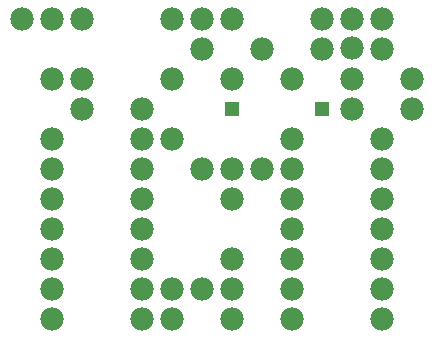
<source format=gts>
G75*
%MOIN*%
%OFA0B0*%
%FSLAX25Y25*%
%IPPOS*%
%LPD*%
%AMOC8*
5,1,8,0,0,1.08239X$1,22.5*
%
%ADD10C,0.07800*%
%ADD11R,0.04762X0.04762*%
D10*
X0023500Y0023500D03*
X0023500Y0033500D03*
X0023500Y0043500D03*
X0023500Y0053500D03*
X0023500Y0063500D03*
X0023500Y0073500D03*
X0023500Y0083500D03*
X0033500Y0093500D03*
X0033500Y0103500D03*
X0023500Y0103500D03*
X0023500Y0123500D03*
X0013500Y0123500D03*
X0033500Y0123500D03*
X0053500Y0093500D03*
X0063500Y0103500D03*
X0073500Y0113500D03*
X0073500Y0123500D03*
X0063500Y0123500D03*
X0083500Y0123500D03*
X0093500Y0113500D03*
X0083500Y0103500D03*
X0103500Y0103500D03*
X0113500Y0113500D03*
X0113500Y0123500D03*
X0123500Y0123500D03*
X0123500Y0113815D03*
X0123500Y0103500D03*
X0123500Y0093500D03*
X0133500Y0083500D03*
X0133500Y0073500D03*
X0133500Y0063500D03*
X0133500Y0053500D03*
X0133500Y0043500D03*
X0133500Y0033500D03*
X0133500Y0023500D03*
X0103500Y0023500D03*
X0103500Y0033500D03*
X0103500Y0043500D03*
X0103500Y0053500D03*
X0103500Y0063500D03*
X0103500Y0073500D03*
X0103500Y0083500D03*
X0093500Y0073500D03*
X0083500Y0073500D03*
X0083500Y0063500D03*
X0073500Y0073500D03*
X0063500Y0083500D03*
X0053500Y0083500D03*
X0053500Y0073500D03*
X0053500Y0063500D03*
X0053500Y0053500D03*
X0053500Y0043500D03*
X0053500Y0033500D03*
X0053500Y0023500D03*
X0063500Y0023500D03*
X0063500Y0033500D03*
X0073500Y0033500D03*
X0083500Y0033500D03*
X0083500Y0023500D03*
X0083500Y0043500D03*
X0143500Y0093500D03*
X0143500Y0103500D03*
X0133500Y0113500D03*
X0133500Y0123500D03*
D11*
X0113500Y0093500D03*
X0083500Y0093500D03*
M02*

</source>
